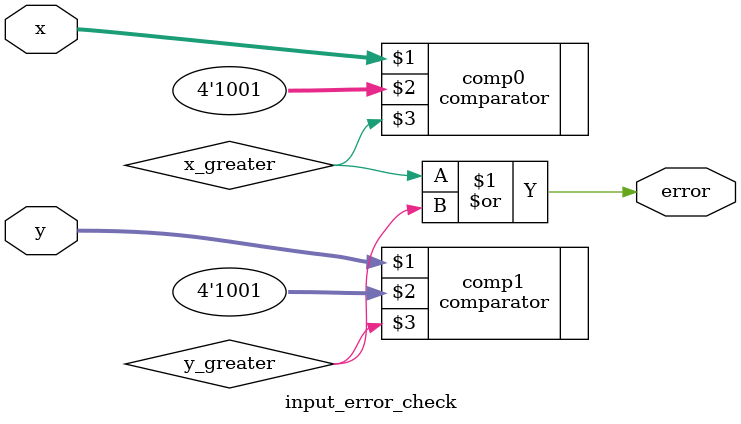
<source format=v>
module input_error_check(input [3:0] x, y,
								  output error);
								  
	wire x_greater, y_greater;
	
	comparator#(4) comp0(x[3:0], 4'd9, x_greater);
	comparator#(4) comp1(y[3:0], 4'd9, y_greater);
	
	assign error = x_greater | y_greater;
	
endmodule

</source>
